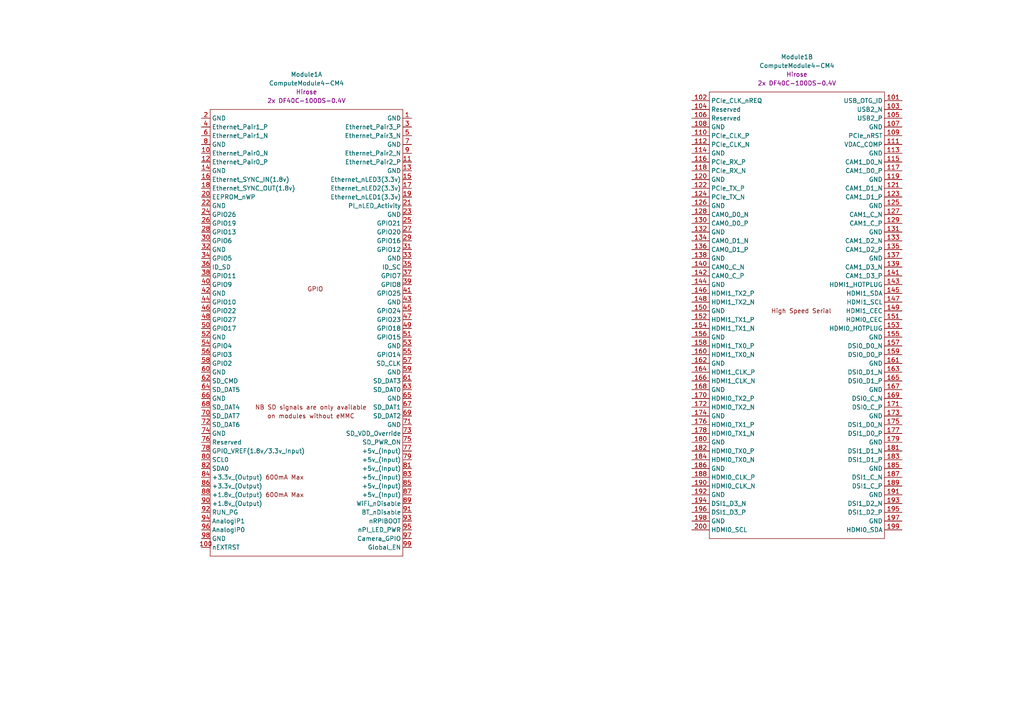
<source format=kicad_sch>
(kicad_sch (version 20211123) (generator eeschema)
  (paper "A4")
  (lib_symbols
    (symbol "Module_CM4:ComputeModule4-CM4"
      (property "Reference" "Module" (at 113.03 -68.58 0))
      (property "Value" "ComputeModule4-CM4" (at 140.97 2.54 0))
      (property "Field4" "Hirose" (at 0 0 0))
      (property "Field5" "2x DF40C-100DS-0.4V" (at 0 -2.54 0))
      (symbol "ComputeModule4-CM4_1_0"
        (text "GPIO" (at 0 6.35 0) (effects (font (size 1.27 1.27))))
      )
      (symbol "ComputeModule4-CM4_1_1"
        (rectangle (start -30.48 -71.12) (end 25.4 58.42))
        (text "600mA Max" (at -8.89 -53.34 0) (effects (font (size 1.27 1.27))))
        (text "600mA Max" (at -8.89 -48.26 0) (effects (font (size 1.27 1.27))))
        (text "NB SD signals are only available" (at -1.27 -27.94 0) (effects (font (size 1.27 1.27))))
        (text "on modules without eMMC" (at -1.27 -30.48 0) (effects (font (size 1.27 1.27))))
        (pin power_in line (at 27.94 55.88 180) (length 2.54) (name "GND") (number "1"))
        (pin passive line (at -33.02 45.72 0) (length 2.54) (name "Ethernet_Pair0_N") (number "10"))
        (pin output line (at -33.02 -68.58 0) (length 2.54) (name "nEXTRST") (number "100"))
        (pin passive line (at 27.94 43.18 180) (length 2.54) (name "Ethernet_Pair2_P") (number "11"))
        (pin passive line (at -33.02 43.18 0) (length 2.54) (name "Ethernet_Pair0_P") (number "12"))
        (pin power_in line (at 27.94 40.64 180) (length 2.54) (name "GND") (number "13"))
        (pin power_in line (at -33.02 40.64 0) (length 2.54) (name "GND") (number "14"))
        (pin output line (at 27.94 38.1 180) (length 2.54) (name "Ethernet_nLED3(3.3v)") (number "15"))
        (pin input line (at -33.02 38.1 0) (length 2.54) (name "Ethernet_SYNC_IN(1.8v)") (number "16"))
        (pin output line (at 27.94 35.56 180) (length 2.54) (name "Ethernet_nLED2(3.3v)") (number "17"))
        (pin input line (at -33.02 35.56 0) (length 2.54) (name "Ethernet_SYNC_OUT(1.8v)") (number "18"))
        (pin output line (at 27.94 33.02 180) (length 2.54) (name "Ethernet_nLED1(3.3v)") (number "19"))
        (pin power_in line (at -33.02 55.88 0) (length 2.54) (name "GND") (number "2"))
        (pin passive line (at -33.02 33.02 0) (length 2.54) (name "EEPROM_nWP") (number "20"))
        (pin open_collector line (at 27.94 30.48 180) (length 2.54) (name "PI_nLED_Activity") (number "21"))
        (pin power_in line (at -33.02 30.48 0) (length 2.54) (name "GND") (number "22"))
        (pin power_in line (at 27.94 27.94 180) (length 2.54) (name "GND") (number "23"))
        (pin passive line (at -33.02 27.94 0) (length 2.54) (name "GPIO26") (number "24"))
        (pin passive line (at 27.94 25.4 180) (length 2.54) (name "GPIO21") (number "25"))
        (pin passive line (at -33.02 25.4 0) (length 2.54) (name "GPIO19") (number "26"))
        (pin passive line (at 27.94 22.86 180) (length 2.54) (name "GPIO20") (number "27"))
        (pin passive line (at -33.02 22.86 0) (length 2.54) (name "GPIO13") (number "28"))
        (pin passive line (at 27.94 20.32 180) (length 2.54) (name "GPIO16") (number "29"))
        (pin passive line (at 27.94 53.34 180) (length 2.54) (name "Ethernet_Pair3_P") (number "3"))
        (pin passive line (at -33.02 20.32 0) (length 2.54) (name "GPIO6") (number "30"))
        (pin passive line (at 27.94 17.78 180) (length 2.54) (name "GPIO12") (number "31"))
        (pin power_in line (at -33.02 17.78 0) (length 2.54) (name "GND") (number "32"))
        (pin power_in line (at 27.94 15.24 180) (length 2.54) (name "GND") (number "33"))
        (pin passive line (at -33.02 15.24 0) (length 2.54) (name "GPIO5") (number "34"))
        (pin passive line (at 27.94 12.7 180) (length 2.54) (name "ID_SC") (number "35"))
        (pin passive line (at -33.02 12.7 0) (length 2.54) (name "ID_SD") (number "36"))
        (pin passive line (at 27.94 10.16 180) (length 2.54) (name "GPIO7") (number "37"))
        (pin passive line (at -33.02 10.16 0) (length 2.54) (name "GPIO11") (number "38"))
        (pin passive line (at 27.94 7.62 180) (length 2.54) (name "GPIO8") (number "39"))
        (pin passive line (at -33.02 53.34 0) (length 2.54) (name "Ethernet_Pair1_P") (number "4"))
        (pin passive line (at -33.02 7.62 0) (length 2.54) (name "GPIO9") (number "40"))
        (pin passive line (at 27.94 5.08 180) (length 2.54) (name "GPIO25") (number "41"))
        (pin power_in line (at -33.02 5.08 0) (length 2.54) (name "GND") (number "42"))
        (pin power_in line (at 27.94 2.54 180) (length 2.54) (name "GND") (number "43"))
        (pin passive line (at -33.02 2.54 0) (length 2.54) (name "GPIO10") (number "44"))
        (pin passive line (at 27.94 0 180) (length 2.54) (name "GPIO24") (number "45"))
        (pin passive line (at -33.02 0 0) (length 2.54) (name "GPIO22") (number "46"))
        (pin passive line (at 27.94 -2.54 180) (length 2.54) (name "GPIO23") (number "47"))
        (pin passive line (at -33.02 -2.54 0) (length 2.54) (name "GPIO27") (number "48"))
        (pin passive line (at 27.94 -5.08 180) (length 2.54) (name "GPIO18") (number "49"))
        (pin passive line (at 27.94 50.8 180) (length 2.54) (name "Ethernet_Pair3_N") (number "5"))
        (pin passive line (at -33.02 -5.08 0) (length 2.54) (name "GPIO17") (number "50"))
        (pin passive line (at 27.94 -7.62 180) (length 2.54) (name "GPIO15") (number "51"))
        (pin power_in line (at -33.02 -7.62 0) (length 2.54) (name "GND") (number "52"))
        (pin power_in line (at 27.94 -10.16 180) (length 2.54) (name "GND") (number "53"))
        (pin passive line (at -33.02 -10.16 0) (length 2.54) (name "GPIO4") (number "54"))
        (pin passive line (at 27.94 -12.7 180) (length 2.54) (name "GPIO14") (number "55"))
        (pin passive line (at -33.02 -12.7 0) (length 2.54) (name "GPIO3") (number "56"))
        (pin passive line (at 27.94 -15.24 180) (length 2.54) (name "SD_CLK") (number "57"))
        (pin passive line (at -33.02 -15.24 0) (length 2.54) (name "GPIO2") (number "58"))
        (pin power_in line (at 27.94 -17.78 180) (length 2.54) (name "GND") (number "59"))
        (pin passive line (at -33.02 50.8 0) (length 2.54) (name "Ethernet_Pair1_N") (number "6"))
        (pin power_in line (at -33.02 -17.78 0) (length 2.54) (name "GND") (number "60"))
        (pin passive line (at 27.94 -20.32 180) (length 2.54) (name "SD_DAT3") (number "61"))
        (pin passive line (at -33.02 -20.32 0) (length 2.54) (name "SD_CMD") (number "62"))
        (pin passive line (at 27.94 -22.86 180) (length 2.54) (name "SD_DAT0") (number "63"))
        (pin passive line (at -33.02 -22.86 0) (length 2.54) (name "SD_DAT5") (number "64"))
        (pin power_in line (at 27.94 -25.4 180) (length 2.54) (name "GND") (number "65"))
        (pin power_in line (at -33.02 -25.4 0) (length 2.54) (name "GND") (number "66"))
        (pin passive line (at 27.94 -27.94 180) (length 2.54) (name "SD_DAT1") (number "67"))
        (pin passive line (at -33.02 -27.94 0) (length 2.54) (name "SD_DAT4") (number "68"))
        (pin passive line (at 27.94 -30.48 180) (length 2.54) (name "SD_DAT2") (number "69"))
        (pin power_in line (at 27.94 48.26 180) (length 2.54) (name "GND") (number "7"))
        (pin passive line (at -33.02 -30.48 0) (length 2.54) (name "SD_DAT7") (number "70"))
        (pin power_in line (at 27.94 -33.02 180) (length 2.54) (name "GND") (number "71"))
        (pin passive line (at -33.02 -33.02 0) (length 2.54) (name "SD_DAT6") (number "72"))
        (pin input line (at 27.94 -35.56 180) (length 2.54) (name "SD_VDD_Override") (number "73"))
        (pin power_in line (at -33.02 -35.56 0) (length 2.54) (name "GND") (number "74"))
        (pin output line (at 27.94 -38.1 180) (length 2.54) (name "SD_PWR_ON") (number "75"))
        (pin passive line (at -33.02 -38.1 0) (length 2.54) (name "Reserved") (number "76"))
        (pin power_in line (at 27.94 -40.64 180) (length 2.54) (name "+5v_(Input)") (number "77"))
        (pin power_in line (at -33.02 -40.64 0) (length 2.54) (name "GPIO_VREF(1.8v/3.3v_Input)") (number "78"))
        (pin power_in line (at 27.94 -43.18 180) (length 2.54) (name "+5v_(Input)") (number "79"))
        (pin power_in line (at -33.02 48.26 0) (length 2.54) (name "GND") (number "8"))
        (pin passive line (at -33.02 -43.18 0) (length 2.54) (name "SCL0") (number "80"))
        (pin power_in line (at 27.94 -45.72 180) (length 2.54) (name "+5v_(Input)") (number "81"))
        (pin passive line (at -33.02 -45.72 0) (length 2.54) (name "SDA0") (number "82"))
        (pin power_in line (at 27.94 -48.26 180) (length 2.54) (name "+5v_(Input)") (number "83"))
        (pin power_out line (at -33.02 -48.26 0) (length 2.54) (name "+3.3v_(Output)") (number "84"))
        (pin power_in line (at 27.94 -50.8 180) (length 2.54) (name "+5v_(Input)") (number "85"))
        (pin power_out line (at -33.02 -50.8 0) (length 2.54) (name "+3.3v_(Output)") (number "86"))
        (pin power_in line (at 27.94 -53.34 180) (length 2.54) (name "+5v_(Input)") (number "87"))
        (pin power_out line (at -33.02 -53.34 0) (length 2.54) (name "+1.8v_(Output)") (number "88"))
        (pin power_in line (at 27.94 -55.88 180) (length 2.54) (name "WiFi_nDisable") (number "89"))
        (pin passive line (at 27.94 45.72 180) (length 2.54) (name "Ethernet_Pair2_N") (number "9"))
        (pin power_out line (at -33.02 -55.88 0) (length 2.54) (name "+1.8v_(Output)") (number "90"))
        (pin power_in line (at 27.94 -58.42 180) (length 2.54) (name "BT_nDisable") (number "91"))
        (pin passive line (at -33.02 -58.42 0) (length 2.54) (name "RUN_PG") (number "92"))
        (pin input line (at 27.94 -60.96 180) (length 2.54) (name "nRPIBOOT") (number "93"))
        (pin passive line (at -33.02 -60.96 0) (length 2.54) (name "AnalogIP1") (number "94"))
        (pin output line (at 27.94 -63.5 180) (length 2.54) (name "nPI_LED_PWR") (number "95"))
        (pin passive line (at -33.02 -63.5 0) (length 2.54) (name "AnalogIP0") (number "96"))
        (pin passive line (at 27.94 -66.04 180) (length 2.54) (name "Camera_GPIO") (number "97"))
        (pin power_in line (at -33.02 -66.04 0) (length 2.54) (name "GND") (number "98"))
        (pin input line (at 27.94 -68.58 180) (length 2.54) (name "Global_EN") (number "99"))
      )
      (symbol "ComputeModule4-CM4_2_1"
        (rectangle (start 114.3 -66.04) (end 165.1 63.5))
        (text "High Speed Serial" (at 140.97 0 0) (effects (font (size 1.27 1.27))))
        (pin input line (at 170.18 60.96 180) (length 5.08) (name "USB_OTG_ID") (number "101"))
        (pin input line (at 109.22 60.96 0) (length 5.08) (name "PCIe_CLK_nREQ") (number "102"))
        (pin passive line (at 170.18 58.42 180) (length 5.08) (name "USB2_N") (number "103"))
        (pin passive line (at 109.22 58.42 0) (length 5.08) (name "Reserved") (number "104"))
        (pin passive line (at 170.18 55.88 180) (length 5.08) (name "USB2_P") (number "105"))
        (pin passive line (at 109.22 55.88 0) (length 5.08) (name "Reserved") (number "106"))
        (pin power_in line (at 170.18 53.34 180) (length 5.08) (name "GND") (number "107"))
        (pin power_in line (at 109.22 53.34 0) (length 5.08) (name "GND") (number "108"))
        (pin bidirectional line (at 170.18 50.8 180) (length 5.08) (name "PCIe_nRST") (number "109"))
        (pin output line (at 109.22 50.8 0) (length 5.08) (name "PCIe_CLK_P") (number "110"))
        (pin passive line (at 170.18 48.26 180) (length 5.08) (name "VDAC_COMP") (number "111"))
        (pin output line (at 109.22 48.26 0) (length 5.08) (name "PCIe_CLK_N") (number "112"))
        (pin power_in line (at 170.18 45.72 180) (length 5.08) (name "GND") (number "113"))
        (pin power_in line (at 109.22 45.72 0) (length 5.08) (name "GND") (number "114"))
        (pin input line (at 170.18 43.18 180) (length 5.08) (name "CAM1_D0_N") (number "115"))
        (pin input line (at 109.22 43.18 0) (length 5.08) (name "PCIe_RX_P") (number "116"))
        (pin input line (at 170.18 40.64 180) (length 5.08) (name "CAM1_D0_P") (number "117"))
        (pin input line (at 109.22 40.64 0) (length 5.08) (name "PCIe_RX_N") (number "118"))
        (pin power_in line (at 170.18 38.1 180) (length 5.08) (name "GND") (number "119"))
        (pin power_in line (at 109.22 38.1 0) (length 5.08) (name "GND") (number "120"))
        (pin input line (at 170.18 35.56 180) (length 5.08) (name "CAM1_D1_N") (number "121"))
        (pin output line (at 109.22 35.56 0) (length 5.08) (name "PCIe_TX_P") (number "122"))
        (pin input line (at 170.18 33.02 180) (length 5.08) (name "CAM1_D1_P") (number "123"))
        (pin output line (at 109.22 33.02 0) (length 5.08) (name "PCIe_TX_N") (number "124"))
        (pin power_in line (at 170.18 30.48 180) (length 5.08) (name "GND") (number "125"))
        (pin power_in line (at 109.22 30.48 0) (length 5.08) (name "GND") (number "126"))
        (pin input line (at 170.18 27.94 180) (length 5.08) (name "CAM1_C_N") (number "127"))
        (pin input line (at 109.22 27.94 0) (length 5.08) (name "CAM0_D0_N") (number "128"))
        (pin input line (at 170.18 25.4 180) (length 5.08) (name "CAM1_C_P") (number "129"))
        (pin input line (at 109.22 25.4 0) (length 5.08) (name "CAM0_D0_P") (number "130"))
        (pin power_in line (at 170.18 22.86 180) (length 5.08) (name "GND") (number "131"))
        (pin power_in line (at 109.22 22.86 0) (length 5.08) (name "GND") (number "132"))
        (pin input line (at 170.18 20.32 180) (length 5.08) (name "CAM1_D2_N") (number "133"))
        (pin input line (at 109.22 20.32 0) (length 5.08) (name "CAM0_D1_N") (number "134"))
        (pin input line (at 170.18 17.78 180) (length 5.08) (name "CAM1_D2_P") (number "135"))
        (pin input line (at 109.22 17.78 0) (length 5.08) (name "CAM0_D1_P") (number "136"))
        (pin power_in line (at 170.18 15.24 180) (length 5.08) (name "GND") (number "137"))
        (pin power_in line (at 109.22 15.24 0) (length 5.08) (name "GND") (number "138"))
        (pin input line (at 170.18 12.7 180) (length 5.08) (name "CAM1_D3_N") (number "139"))
        (pin input line (at 109.22 12.7 0) (length 5.08) (name "CAM0_C_N") (number "140"))
        (pin input line (at 170.18 10.16 180) (length 5.08) (name "CAM1_D3_P") (number "141"))
        (pin input line (at 109.22 10.16 0) (length 5.08) (name "CAM0_C_P") (number "142"))
        (pin input line (at 170.18 7.62 180) (length 5.08) (name "HDMI1_HOTPLUG") (number "143"))
        (pin power_in line (at 109.22 7.62 0) (length 5.08) (name "GND") (number "144"))
        (pin bidirectional line (at 170.18 5.08 180) (length 5.08) (name "HDMI1_SDA") (number "145"))
        (pin output line (at 109.22 5.08 0) (length 5.08) (name "HDMI1_TX2_P") (number "146"))
        (pin open_collector line (at 170.18 2.54 180) (length 5.08) (name "HDMI1_SCL") (number "147"))
        (pin output line (at 109.22 2.54 0) (length 5.08) (name "HDMI1_TX2_N") (number "148"))
        (pin open_collector line (at 170.18 0 180) (length 5.08) (name "HDMI1_CEC") (number "149"))
        (pin power_in line (at 109.22 0 0) (length 5.08) (name "GND") (number "150"))
        (pin open_collector line (at 170.18 -2.54 180) (length 5.08) (name "HDMI0_CEC") (number "151"))
        (pin output line (at 109.22 -2.54 0) (length 5.08) (name "HDMI1_TX1_P") (number "152"))
        (pin input line (at 170.18 -5.08 180) (length 5.08) (name "HDMI0_HOTPLUG") (number "153"))
        (pin output line (at 109.22 -5.08 0) (length 5.08) (name "HDMI1_TX1_N") (number "154"))
        (pin power_in line (at 170.18 -7.62 180) (length 5.08) (name "GND") (number "155"))
        (pin power_in line (at 109.22 -7.62 0) (length 5.08) (name "GND") (number "156"))
        (pin output line (at 170.18 -10.16 180) (length 5.08) (name "DSI0_D0_N") (number "157"))
        (pin output line (at 109.22 -10.16 0) (length 5.08) (name "HDMI1_TX0_P") (number "158"))
        (pin output line (at 170.18 -12.7 180) (length 5.08) (name "DSI0_D0_P") (number "159"))
        (pin output line (at 109.22 -12.7 0) (length 5.08) (name "HDMI1_TX0_N") (number "160"))
        (pin power_in line (at 170.18 -15.24 180) (length 5.08) (name "GND") (number "161"))
        (pin power_in line (at 109.22 -15.24 0) (length 5.08) (name "GND") (number "162"))
        (pin output line (at 170.18 -17.78 180) (length 5.08) (name "DSI0_D1_N") (number "163"))
        (pin output line (at 109.22 -17.78 0) (length 5.08) (name "HDMI1_CLK_P") (number "164"))
        (pin output line (at 170.18 -20.32 180) (length 5.08) (name "DSI0_D1_P") (number "165"))
        (pin output line (at 109.22 -20.32 0) (length 5.08) (name "HDMI1_CLK_N") (number "166"))
        (pin power_in line (at 170.18 -22.86 180) (length 5.08) (name "GND") (number "167"))
        (pin power_in line (at 109.22 -22.86 0) (length 5.08) (name "GND") (number "168"))
        (pin output line (at 170.18 -25.4 180) (length 5.08) (name "DSI0_C_N") (number "169"))
        (pin output line (at 109.22 -25.4 0) (length 5.08) (name "HDMI0_TX2_P") (number "170"))
        (pin output line (at 170.18 -27.94 180) (length 5.08) (name "DSI0_C_P") (number "171"))
        (pin output line (at 109.22 -27.94 0) (length 5.08) (name "HDMI0_TX2_N") (number "172"))
        (pin power_in line (at 170.18 -30.48 180) (length 5.08) (name "GND") (number "173"))
        (pin power_in line (at 109.22 -30.48 0) (length 5.08) (name "GND") (number "174"))
        (pin output line (at 170.18 -33.02 180) (length 5.08) (name "DSI1_D0_N") (number "175"))
        (pin output line (at 109.22 -33.02 0) (length 5.08) (name "HDMI0_TX1_P") (number "176"))
        (pin output line (at 170.18 -35.56 180) (length 5.08) (name "DSI1_D0_P") (number "177"))
        (pin output line (at 109.22 -35.56 0) (length 5.08) (name "HDMI0_TX1_N") (number "178"))
        (pin power_in line (at 170.18 -38.1 180) (length 5.08) (name "GND") (number "179"))
        (pin power_in line (at 109.22 -38.1 0) (length 5.08) (name "GND") (number "180"))
        (pin output line (at 170.18 -40.64 180) (length 5.08) (name "DSI1_D1_N") (number "181"))
        (pin output line (at 109.22 -40.64 0) (length 5.08) (name "HDMI0_TX0_P") (number "182"))
        (pin output line (at 170.18 -43.18 180) (length 5.08) (name "DSI1_D1_P") (number "183"))
        (pin output line (at 109.22 -43.18 0) (length 5.08) (name "HDMI0_TX0_N") (number "184"))
        (pin power_in line (at 170.18 -45.72 180) (length 5.08) (name "GND") (number "185"))
        (pin power_in line (at 109.22 -45.72 0) (length 5.08) (name "GND") (number "186"))
        (pin output line (at 170.18 -48.26 180) (length 5.08) (name "DSI1_C_N") (number "187"))
        (pin output line (at 109.22 -48.26 0) (length 5.08) (name "HDMI0_CLK_P") (number "188"))
        (pin output line (at 170.18 -50.8 180) (length 5.08) (name "DSI1_C_P") (number "189"))
        (pin output line (at 109.22 -50.8 0) (length 5.08) (name "HDMI0_CLK_N") (number "190"))
        (pin power_in line (at 170.18 -53.34 180) (length 5.08) (name "GND") (number "191"))
        (pin power_in line (at 109.22 -53.34 0) (length 5.08) (name "GND") (number "192"))
        (pin output line (at 170.18 -55.88 180) (length 5.08) (name "DSI1_D2_N") (number "193"))
        (pin output line (at 109.22 -55.88 0) (length 5.08) (name "DSI1_D3_N") (number "194"))
        (pin output line (at 170.18 -58.42 180) (length 5.08) (name "DSI1_D2_P") (number "195"))
        (pin output line (at 109.22 -58.42 0) (length 5.08) (name "DSI1_D3_P") (number "196"))
        (pin power_in line (at 170.18 -60.96 180) (length 5.08) (name "GND") (number "197"))
        (pin power_in line (at 109.22 -60.96 0) (length 5.08) (name "GND") (number "198"))
        (pin bidirectional line (at 170.18 -63.5 180) (length 5.08) (name "HDMI0_SDA") (number "199"))
        (pin open_collector line (at 109.22 -63.5 0) (length 5.08) (name "HDMI0_SCL") (number "200"))
      )
    )
  )
  (symbol (lib_id "Module_CM4:ComputeModule4-CM4") (at 91.44 90.17 0) (unit 2)
    (property "Reference" "Module1" (at 231.14 16.51 0))
    (property "Value" "ComputeModule4-CM4" (at 231.14 19.05 0))
    (property "Footprint" "CM4IO:Raspberry-Pi-4-Compute-Module" (effects hide))
    (property "Field4" "Hirose" (at 231.14 21.59 0))
    (property "Field5" "2x DF40C-100DS-0.4V" (at 231.14 24.13 0))
  )
  (symbol (lib_id "Module_CM4:ComputeModule4-CM4") (at 91.44 90.17 0) (unit 1)
    (property "Reference" "Module1" (at 88.9 21.59 0))
    (property "Value" "ComputeModule4-CM4" (at 88.9 24.13 0))
    (property "Footprint" "Module_CM4:Raspberry-Pi-4-Compute-Module" (effects hide))
    (property "Field4" "Hirose" (at 88.9 26.67 0))
    (property "Field5" "2x DF40C-100DS-0.4V" (at 88.9 29.21 0))
  )
)
</source>
